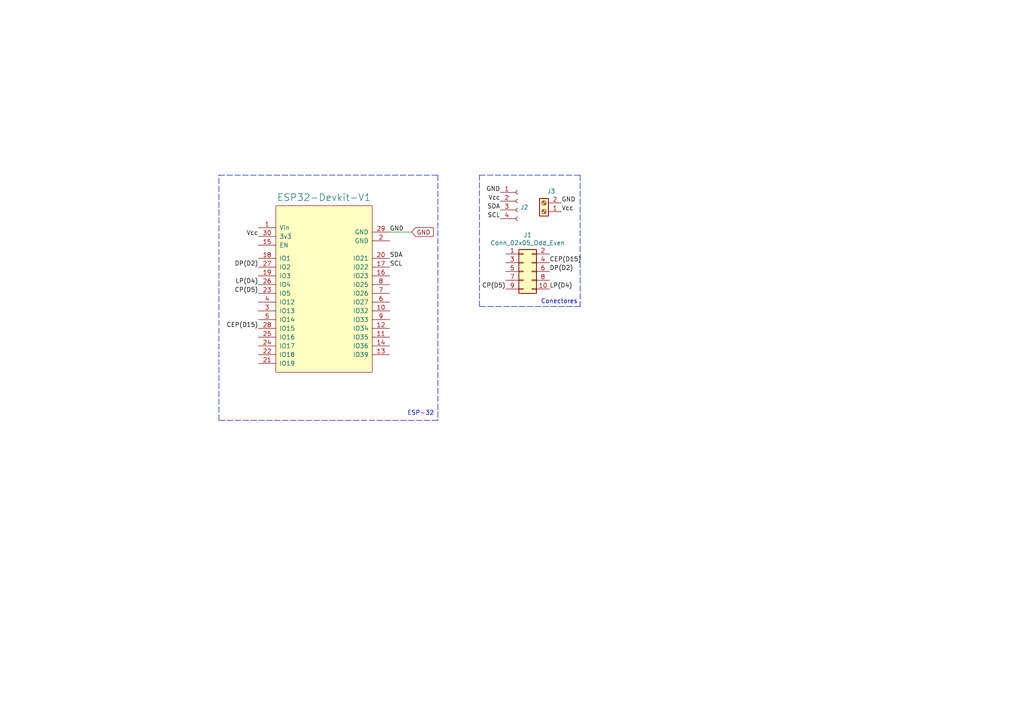
<source format=kicad_sch>
(kicad_sch (version 20211123) (generator eeschema)
  (paper "A4")
  (lib_symbols
    (symbol "Connector:Conn_01x04_Female" (pin_names (offset 1.016) hide)
      (property "Reference" "J" (at 0 5.08 0))
      (property "Value" "Conn_01x04_Female" (at 0 -7.62 0))
      (symbol "Conn_01x04_Female_1_1"
        (arc (start 0 -4.572) (mid -0.508 -5.08) (end 0 -5.588) (stroke (width 0.1524)))
        (arc (start 0 -2.032) (mid -0.508 -2.54) (end 0 -3.048) (stroke (width 0.1524)))
        (polyline (pts (xy -1.27 -5.08) (xy -0.508 -5.08)) (stroke (width 0.1524)))
        (polyline (pts (xy -1.27 -2.54) (xy -0.508 -2.54)) (stroke (width 0.1524)))
        (polyline (pts (xy -1.27 0) (xy -0.508 0)) (stroke (width 0.1524)))
        (polyline (pts (xy -1.27 2.54) (xy -0.508 2.54)) (stroke (width 0.1524)))
        (arc (start 0 0.508) (mid -0.508 0) (end 0 -0.508) (stroke (width 0.1524)))
        (arc (start 0 3.048) (mid -0.508 2.54) (end 0 2.032) (stroke (width 0.1524)))
        (pin passive line (at -5.08 2.54 0) (length 3.81) (name "Pin_1") (number "1"))
        (pin passive line (at -5.08 0 0) (length 3.81) (name "Pin_2") (number "2"))
        (pin passive line (at -5.08 -2.54 0) (length 3.81) (name "Pin_3") (number "3"))
        (pin passive line (at -5.08 -5.08 0) (length 3.81) (name "Pin_4") (number "4"))
      )
    )
    (symbol "Connector:Screw_Terminal_01x02" (pin_names (offset 1.016) hide)
      (property "Reference" "J" (at 0 2.54 0))
      (property "Value" "Screw_Terminal_01x02" (at 0 -5.08 0))
      (symbol "Screw_Terminal_01x02_1_1"
        (rectangle (start -1.27 1.27) (end 1.27 -3.81) (stroke (width 0.254)) (fill (type background)))
        (circle (center 0 -2.54) (radius 0.635) (stroke (width 0.1524)))
        (polyline (pts (xy -0.5334 -2.2098) (xy 0.3302 -3.048)) (stroke (width 0.1524)))
        (polyline (pts (xy -0.5334 0.3302) (xy 0.3302 -0.508)) (stroke (width 0.1524)))
        (polyline (pts (xy -0.3556 -2.032) (xy 0.508 -2.8702)) (stroke (width 0.1524)))
        (polyline (pts (xy -0.3556 0.508) (xy 0.508 -0.3302)) (stroke (width 0.1524)))
        (circle (center 0 0) (radius 0.635) (stroke (width 0.1524)))
        (pin passive line (at -5.08 0 0) (length 3.81) (name "Pin_1") (number "1"))
        (pin passive line (at -5.08 -2.54 0) (length 3.81) (name "Pin_2") (number "2"))
      )
    )
    (symbol "Connector_Generic:Conn_02x05_Odd_Even" (pin_names (offset 1.016) hide)
      (property "Reference" "J" (at 1.27 7.62 0))
      (property "Value" "Conn_02x05_Odd_Even" (at 1.27 -7.62 0))
      (symbol "Conn_02x05_Odd_Even_1_1"
        (rectangle (start -1.27 -4.953) (end 0 -5.207) (stroke (width 0.1524)))
        (rectangle (start -1.27 -2.413) (end 0 -2.667) (stroke (width 0.1524)))
        (rectangle (start -1.27 0.127) (end 0 -0.127) (stroke (width 0.1524)))
        (rectangle (start -1.27 2.667) (end 0 2.413) (stroke (width 0.1524)))
        (rectangle (start -1.27 5.207) (end 0 4.953) (stroke (width 0.1524)))
        (rectangle (start -1.27 6.35) (end 3.81 -6.35) (stroke (width 0.254)) (fill (type background)))
        (rectangle (start 3.81 -4.953) (end 2.54 -5.207) (stroke (width 0.1524)))
        (rectangle (start 3.81 -2.413) (end 2.54 -2.667) (stroke (width 0.1524)))
        (rectangle (start 3.81 0.127) (end 2.54 -0.127) (stroke (width 0.1524)))
        (rectangle (start 3.81 2.667) (end 2.54 2.413) (stroke (width 0.1524)))
        (rectangle (start 3.81 5.207) (end 2.54 4.953) (stroke (width 0.1524)))
        (pin passive line (at -5.08 5.08 0) (length 3.81) (name "Pin_1") (number "1"))
        (pin passive line (at 7.62 -5.08 180) (length 3.81) (name "Pin_10") (number "10"))
        (pin passive line (at 7.62 5.08 180) (length 3.81) (name "Pin_2") (number "2"))
        (pin passive line (at -5.08 2.54 0) (length 3.81) (name "Pin_3") (number "3"))
        (pin passive line (at 7.62 2.54 180) (length 3.81) (name "Pin_4") (number "4"))
        (pin passive line (at -5.08 0 0) (length 3.81) (name "Pin_5") (number "5"))
        (pin passive line (at 7.62 0 180) (length 3.81) (name "Pin_6") (number "6"))
        (pin passive line (at -5.08 -2.54 0) (length 3.81) (name "Pin_7") (number "7"))
        (pin passive line (at 7.62 -2.54 180) (length 3.81) (name "Pin_8") (number "8"))
        (pin passive line (at -5.08 -5.08 0) (length 3.81) (name "Pin_9") (number "9"))
      )
    )
    (symbol "esp32-rescue:ESP32-Devkit-V1-esp32-devkit-v1" (pin_names (offset 1.016))
      (property "Reference" "U" (at 13.97 -21.59 0))
      (property "Value" "ESP32-Devkit-V1-esp32-devkit-v1" (at 13.97 -2.54 0))
      (symbol "ESP32-Devkit-V1-esp32-devkit-v1_0_1"
        (rectangle (start 0 0) (end 27.94 -48.26) (fill (type background)))
      )
      (symbol "ESP32-Devkit-V1-esp32-devkit-v1_1_1"
        (pin power_in line (at -5.08 -6.35 0) (length 5.08) (name "Vin") (number "1"))
        (pin bidirectional line (at 33.02 -30.48 180) (length 5.08) (name "IO32") (number "10"))
        (pin bidirectional line (at 33.02 -38.1 180) (length 5.08) (name "IO35") (number "11"))
        (pin bidirectional line (at 33.02 -35.56 180) (length 5.08) (name "IO34") (number "12"))
        (pin bidirectional line (at 33.02 -43.18 180) (length 5.08) (name "IO39") (number "13"))
        (pin bidirectional line (at 33.02 -40.64 180) (length 5.08) (name "IO36") (number "14"))
        (pin input line (at -5.08 -11.43 0) (length 5.08) (name "EN") (number "15"))
        (pin bidirectional line (at 33.02 -20.32 180) (length 5.08) (name "IO23") (number "16"))
        (pin bidirectional line (at 33.02 -17.78 180) (length 5.08) (name "IO22") (number "17"))
        (pin bidirectional line (at -5.08 -15.24 0) (length 5.08) (name "IO1") (number "18"))
        (pin bidirectional line (at -5.08 -20.32 0) (length 5.08) (name "IO3") (number "19"))
        (pin power_out line (at 33.02 -10.16 180) (length 5.08) (name "GND") (number "2"))
        (pin bidirectional line (at 33.02 -15.24 180) (length 5.08) (name "IO21") (number "20"))
        (pin bidirectional line (at -5.08 -45.72 0) (length 5.08) (name "IO19") (number "21"))
        (pin bidirectional line (at -5.08 -43.18 0) (length 5.08) (name "IO18") (number "22"))
        (pin bidirectional line (at -5.08 -25.4 0) (length 5.08) (name "IO5") (number "23"))
        (pin bidirectional line (at -5.08 -40.64 0) (length 5.08) (name "IO17") (number "24"))
        (pin bidirectional line (at -5.08 -38.1 0) (length 5.08) (name "IO16") (number "25"))
        (pin bidirectional line (at -5.08 -22.86 0) (length 5.08) (name "IO4") (number "26"))
        (pin bidirectional line (at -5.08 -17.78 0) (length 5.08) (name "IO2") (number "27"))
        (pin bidirectional line (at -5.08 -35.56 0) (length 5.08) (name "IO15") (number "28"))
        (pin power_out line (at 33.02 -7.62 180) (length 5.08) (name "GND") (number "29"))
        (pin bidirectional line (at -5.08 -30.48 0) (length 5.08) (name "IO13") (number "3"))
        (pin power_out line (at -5.08 -8.89 0) (length 5.08) (name "3v3") (number "30"))
        (pin bidirectional line (at -5.08 -27.94 0) (length 5.08) (name "IO12") (number "4"))
        (pin bidirectional line (at -5.08 -33.02 0) (length 5.08) (name "IO14") (number "5"))
        (pin bidirectional line (at 33.02 -27.94 180) (length 5.08) (name "IO27") (number "6"))
        (pin bidirectional line (at 33.02 -25.4 180) (length 5.08) (name "IO26") (number "7"))
        (pin bidirectional line (at 33.02 -22.86 180) (length 5.08) (name "IO25") (number "8"))
        (pin bidirectional line (at 33.02 -33.02 180) (length 5.08) (name "IO33") (number "9"))
      )
    )
  )
  (polyline (pts (xy 63.5 121.92) (xy 63.5 50.8)))
  (polyline (pts (xy 168.275 88.9) (xy 139.065 88.9)))
  (polyline (pts (xy 127 121.92) (xy 63.5 121.92)))
  (polyline (pts (xy 127 50.8) (xy 127 121.92)))
  (polyline (pts (xy 63.5 50.8) (xy 127 50.8)))
  (polyline (pts (xy 139.065 50.8) (xy 168.275 50.8)))
  (polyline (pts (xy 168.275 50.8) (xy 168.275 88.9)))
  (polyline (pts (xy 139.065 88.9) (xy 139.065 50.8)))
  (wire (pts (xy 113.03 67.31) (xy 119.38 67.31)))
  (text "Conectores\n" (at 156.845 88.265 0) (effects (font (size 1.27 1.27)) (justify left bottom)))
  (text "ESP-32\n" (at 118.11 120.65 0) (effects (font (size 1.27 1.27)) (justify left bottom)))
  (label "DP(D2)" (at 159.385 78.74 0))
  (label "Vcc" (at 145.0848 58.3438 180))
  (label "LP(D4)" (at 159.385 83.82 0))
  (label "GND" (at 162.8648 58.8518 0))
  (label "Vcc" (at 162.8648 61.3918 0))
  (label "LP(D4)" (at 74.93 82.55 180))
  (label "Vcc" (at 74.93 68.58 180))
  (label "SCL" (at 145.0848 63.4238 180))
  (label "CEP(D15)" (at 74.93 95.25 180))
  (label "GND" (at 113.03 67.31 0))
  (label "GND" (at 145.0848 55.8038 180))
  (label "SDA" (at 145.0848 60.8838 180))
  (label "CEP(D15)" (at 159.385 76.2 0))
  (label "CP(D5)" (at 74.93 85.09 180))
  (label "SDA" (at 113.03 74.93 0))
  (label "DP(D2)" (at 74.93 77.47 180))
  (label "SCL" (at 113.03 77.47 0))
  (label "CP(D5)" (at 146.685 83.82 180))
  (global_label "GND" (shape input) (at 119.38 67.31 0) (property "Intersheet References" "${INTERSHEET_REFS}" (effects hide)))
  (symbol (lib_id "esp32-rescue:ESP32-Devkit-V1-esp32-devkit-v1") (at 80.01 59.69 0) (unit 1)
    (property "Reference" "U1" (effects hide))
    (property "Value" "ESP32-Devkit-V1" (at 93.98 57.277 0) (effects (font (size 2.0066 2.0066))))
    (property "Footprint" "DOIT_ESP32:DOIT_ESP32_Devkit" (effects hide))
  )
  (symbol (lib_id "Connector:Conn_01x04_Female") (at 150.1648 58.3438 0) (unit 1)
    (property "Reference" "J2" (at 150.876 60.1218 0) (effects (justify left)))
    (property "Value" "Conn_01x04_Female" (effects hide))
    (property "Footprint" "Connector_PinHeader_2.54mm:PinHeader_1x04_P2.54mm_Vertical" (effects hide))
  )
  (symbol (lib_id "Connector_Generic:Conn_02x05_Odd_Even") (at 151.765 78.74 0) (unit 1)
    (property "Reference" "J1" (at 153.035 68.1482 0))
    (property "Value" "Conn_02x05_Odd_Even" (at 153.035 70.4596 0))
    (property "Footprint" "Connector_IDC:IDC-Header_2x05_P2.54mm_Vertical" (effects hide))
  )
  (symbol (lib_id "Connector:Screw_Terminal_01x02") (at 157.7848 61.3918 180) (unit 1)
    (property "Reference" "J3" (at 159.8676 55.4736 0))
    (property "Value" "Screw_Terminal_01x02" (effects hide))
    (property "Footprint" "TerminalBlock:TerminalBlock_bornier-2_P5.08mm" (effects hide))
  )
)
</source>
